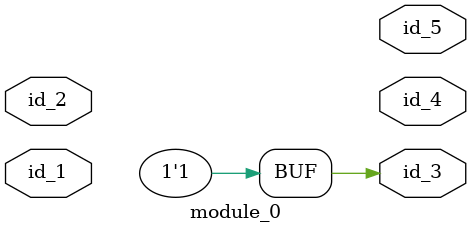
<source format=v>
module module_0 (
    id_1,
    id_2,
    id_3,
    id_4,
    id_5
);
  output id_5;
  output id_4;
  output id_3;
  input id_2;
  inout id_1;
  assign id_3 = 1;
endmodule

</source>
